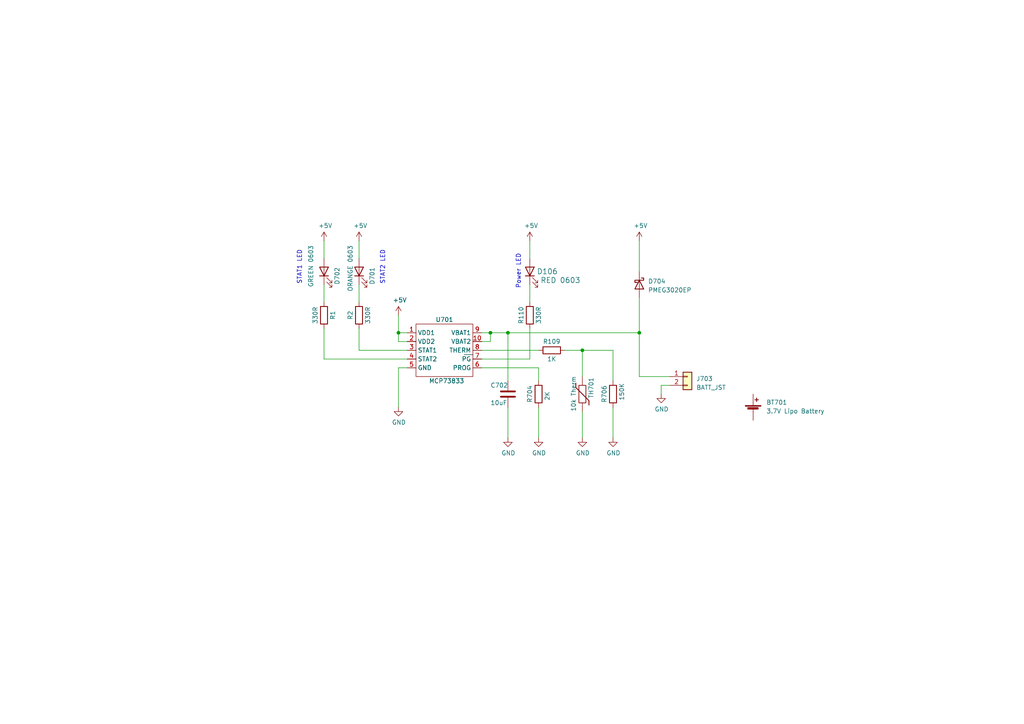
<source format=kicad_sch>
(kicad_sch (version 20230121) (generator eeschema)
  (paper "A4")
  (lib_symbols
    (symbol "Connector_Generic:Conn_01x02" (pin_names (offset 1.016) hide)
      (property "Reference" "J" (at 0 2.54 0))
      (property "Value" "Conn_01x02" (at 0 -5.08 0))
      (symbol "Conn_01x02_1_1"
        (rectangle (start -1.27 -2.413) (end 0 -2.667) (stroke (width 0.1524)))
        (rectangle (start -1.27 0.127) (end 0 -0.127) (stroke (width 0.1524)))
        (rectangle (start -1.27 1.27) (end 1.27 -3.81) (stroke (width 0.254)) (fill (type background)))
        (pin passive line (at -5.08 0 0) (length 3.81) (name "Pin_1") (number "1"))
        (pin passive line (at -5.08 -2.54 0) (length 3.81) (name "Pin_2") (number "2"))
      )
    )
    (symbol "Device:Battery_Cell" (pin_numbers hide) (pin_names (offset 0) hide)
      (property "Reference" "BT" (at 2.54 2.54 0))
      (property "Value" "Battery_Cell" (at 2.54 0 0))
      (symbol "Battery_Cell_0_1"
        (rectangle (start -2.286 1.778) (end 2.286 1.524) (fill (type outline)))
        (rectangle (start -1.5748 1.1938) (end 1.4732 0.6858) (fill (type outline)))
        (polyline (pts (xy 0 0.762) (xy 0 0)))
        (polyline (pts (xy 0 1.778) (xy 0 2.54)))
        (polyline (pts (xy 0.508 3.429) (xy 1.524 3.429)) (stroke (width 0.254)))
        (polyline (pts (xy 1.016 3.937) (xy 1.016 2.921)) (stroke (width 0.254)))
      )
      (symbol "Battery_Cell_1_1"
        (pin passive line (at 0 5.08 270) (length 2.54) (name "+") (number "1"))
        (pin passive line (at 0 -2.54 90) (length 2.54) (name "-") (number "2"))
      )
    )
    (symbol "Device:C" (pin_numbers hide) (pin_names (offset 0.254))
      (property "Reference" "C" (at 0.635 2.54 0))
      (property "Value" "C" (at 0.635 -2.54 0))
      (symbol "C_0_1"
        (polyline (pts (xy -2.032 -0.762) (xy 2.032 -0.762)) (stroke (width 0.508)))
        (polyline (pts (xy -2.032 0.762) (xy 2.032 0.762)) (stroke (width 0.508)))
      )
      (symbol "C_1_1"
        (pin passive line (at 0 3.81 270) (length 2.794) (name "~") (number "1"))
        (pin passive line (at 0 -3.81 90) (length 2.794) (name "~") (number "2"))
      )
    )
    (symbol "Device:D_Schottky" (pin_numbers hide) (pin_names (offset 1.016) hide)
      (property "Reference" "D" (at 0 2.54 0))
      (property "Value" "D_Schottky" (at 0 -2.54 0))
      (symbol "D_Schottky_0_1"
        (polyline (pts (xy 1.27 0) (xy -1.27 0)))
        (polyline (pts (xy 1.27 1.27) (xy 1.27 -1.27) (xy -1.27 0) (xy 1.27 1.27)) (stroke (width 0.254)))
        (polyline (pts (xy -1.905 0.635) (xy -1.905 1.27) (xy -1.27 1.27) (xy -1.27 -1.27) (xy -0.635 -1.27) (xy -0.635 -0.635)) (stroke (width 0.254)))
      )
      (symbol "D_Schottky_1_1"
        (pin passive line (at -3.81 0 0) (length 2.54) (name "K") (number "1"))
        (pin passive line (at 3.81 0 180) (length 2.54) (name "A") (number "2"))
      )
    )
    (symbol "Device:LED" (pin_numbers hide) (pin_names (offset 1.016) hide)
      (property "Reference" "D" (at 0 2.54 0))
      (property "Value" "LED" (at 0 -2.54 0))
      (symbol "LED_0_1"
        (polyline (pts (xy -1.27 -1.27) (xy -1.27 1.27)) (stroke (width 0.254)))
        (polyline (pts (xy -1.27 0) (xy 1.27 0)))
        (polyline (pts (xy 1.27 -1.27) (xy 1.27 1.27) (xy -1.27 0) (xy 1.27 -1.27)) (stroke (width 0.254)))
        (polyline (pts (xy -3.048 -0.762) (xy -4.572 -2.286) (xy -3.81 -2.286) (xy -4.572 -2.286) (xy -4.572 -1.524)))
        (polyline (pts (xy -1.778 -0.762) (xy -3.302 -2.286) (xy -2.54 -2.286) (xy -3.302 -2.286) (xy -3.302 -1.524)))
      )
      (symbol "LED_1_1"
        (pin passive line (at -3.81 0 0) (length 2.54) (name "K") (number "1"))
        (pin passive line (at 3.81 0 180) (length 2.54) (name "A") (number "2"))
      )
    )
    (symbol "Device:R" (pin_numbers hide) (pin_names (offset 0))
      (property "Reference" "R" (at 2.032 0 90))
      (property "Value" "R" (at 0 0 90))
      (symbol "R_0_1"
        (rectangle (start -1.016 -2.54) (end 1.016 2.54) (stroke (width 0.254)))
      )
      (symbol "R_1_1"
        (pin passive line (at 0 3.81 270) (length 1.27) (name "~") (number "1"))
        (pin passive line (at 0 -3.81 90) (length 1.27) (name "~") (number "2"))
      )
    )
    (symbol "Device:Thermistor" (pin_numbers hide) (pin_names (offset 0))
      (property "Reference" "TH" (at 2.54 1.27 90))
      (property "Value" "Thermistor" (at -2.54 0 90))
      (symbol "Thermistor_0_1"
        (rectangle (start -1.016 2.54) (end 1.016 -2.54) (stroke (width 0.2032)))
        (polyline (pts (xy -1.905 3.175) (xy -1.905 1.905) (xy 1.905 -1.905) (xy 1.905 -3.175) (xy 1.905 -3.175)) (stroke (width 0.254)))
      )
      (symbol "Thermistor_1_1"
        (pin passive line (at 0 5.08 270) (length 2.54) (name "~") (number "1"))
        (pin passive line (at 0 -5.08 90) (length 2.54) (name "~") (number "2"))
      )
    )
    (symbol "GPAD_SCH_LIB:MCP73833T-AMI/MF"
      (property "Reference" "U" (at 0 0 0))
      (symbol "MCP73833T-AMI/MF_0_1"
        (polyline (pts (xy 2.54 7.62) (xy 5.08 7.62)) (stroke (width 0) (color 0 72 72 1)))
      )
      (symbol "MCP73833T-AMI/MF_1_1"
        (rectangle (start -11.43 16.51) (end 5.08 1.27))
        (pin input line (at -13.97 13.97 0) (length 2.54) (name "VDD1") (number "1"))
        (pin output line (at 7.62 11.43 180) (length 2.54) (name "VBAT2") (number "10"))
        (pin input line (at -13.97 11.43 0) (length 2.54) (name "VDD2") (number "2"))
        (pin output line (at -13.97 8.89 0) (length 2.54) (name "STAT1") (number "3"))
        (pin output line (at -13.97 6.35 0) (length 2.54) (name "STAT2") (number "4"))
        (pin input line (at -13.97 3.81 0) (length 2.54) (name "GND") (number "5"))
        (pin input line (at 7.62 3.81 180) (length 2.54) (name "PROG") (number "6"))
        (pin output line (at 7.62 6.35 180) (length 2.54) (name "PG") (number "7"))
        (pin input line (at 7.62 8.89 180) (length 2.54) (name "THERM") (number "8"))
        (pin output line (at 7.62 13.97 180) (length 2.54) (name "VBAT1") (number "9"))
      )
    )
    (symbol "power:+5V" (power) (pin_names (offset 0))
      (property "Value" "+5V" (at 0 3.556 0))
      (symbol "+5V_0_1"
        (polyline (pts (xy -0.762 1.27) (xy 0 2.54)))
        (polyline (pts (xy 0 0) (xy 0 2.54)))
        (polyline (pts (xy 0 2.54) (xy 0.762 1.27)))
      )
      (symbol "+5V_1_1"
        (pin power_in line (at 0 0 90) (length 0) hide (name "+5V") (number "1"))
      )
    )
    (symbol "power:GND" (power) (pin_names (offset 0))
      (property "Value" "GND" (at 0 -3.81 0))
      (symbol "GND_0_1"
        (polyline (pts (xy 0 0) (xy 0 -1.27) (xy 1.27 -1.27) (xy 0 -2.54) (xy -1.27 -1.27) (xy 0 -1.27)))
      )
      (symbol "GND_1_1"
        (pin power_in line (at 0 0 270) (length 0) hide (name "GND") (number "1"))
      )
    )
  )
  (junction (at 168.91 101.6))
  (junction (at 115.57 96.52))
  (junction (at 142.24 96.52))
  (junction (at 185.42 96.52))
  (junction (at 147.32 96.52))
  (wire (pts (xy 104.14 95.25) (xy 104.14 101.6)))
  (wire (pts (xy 153.67 95.25) (xy 153.67 104.14)))
  (wire (pts (xy 177.8 110.49) (xy 177.8 101.6)))
  (wire (pts (xy 177.8 101.6) (xy 168.91 101.6)))
  (wire (pts (xy 156.21 110.49) (xy 156.21 106.68)))
  (wire (pts (xy 185.42 86.36) (xy 185.42 96.52)))
  (wire (pts (xy 185.42 69.85) (xy 185.42 78.74)))
  (wire (pts (xy 118.11 106.68) (xy 115.57 106.68)))
  (wire (pts (xy 185.42 96.52) (xy 185.42 109.22)))
  (wire (pts (xy 168.91 101.6) (xy 168.91 109.22)))
  (wire (pts (xy 168.91 119.38) (xy 168.91 127)))
  (wire (pts (xy 139.7 101.6) (xy 156.21 101.6)))
  (wire (pts (xy 194.31 111.76) (xy 191.77 111.76)))
  (wire (pts (xy 139.7 99.06) (xy 142.24 99.06)))
  (wire (pts (xy 177.8 118.11) (xy 177.8 127)))
  (wire (pts (xy 139.7 104.14) (xy 153.67 104.14)))
  (wire (pts (xy 93.98 69.85) (xy 93.98 74.93)))
  (wire (pts (xy 139.7 96.52) (xy 142.24 96.52)))
  (wire (pts (xy 93.98 104.14) (xy 118.11 104.14)))
  (wire (pts (xy 118.11 96.52) (xy 115.57 96.52)))
  (wire (pts (xy 104.14 82.55) (xy 104.14 87.63)))
  (wire (pts (xy 115.57 106.68) (xy 115.57 118.11)))
  (wire (pts (xy 104.14 101.6) (xy 118.11 101.6)))
  (wire (pts (xy 156.21 118.11) (xy 156.21 127)))
  (wire (pts (xy 185.42 109.22) (xy 194.31 109.22)))
  (wire (pts (xy 153.67 82.55) (xy 153.67 87.63)))
  (wire (pts (xy 118.11 99.06) (xy 115.57 99.06)))
  (wire (pts (xy 163.83 101.6) (xy 168.91 101.6)))
  (wire (pts (xy 115.57 99.06) (xy 115.57 96.52)))
  (wire (pts (xy 147.32 96.52) (xy 147.32 110.49)))
  (wire (pts (xy 142.24 99.06) (xy 142.24 96.52)))
  (wire (pts (xy 93.98 95.25) (xy 93.98 104.14)))
  (wire (pts (xy 147.32 118.11) (xy 147.32 127)))
  (wire (pts (xy 142.24 96.52) (xy 147.32 96.52)))
  (wire (pts (xy 191.77 111.76) (xy 191.77 114.3)))
  (wire (pts (xy 147.32 96.52) (xy 185.42 96.52)))
  (wire (pts (xy 104.14 69.85) (xy 104.14 74.93)))
  (wire (pts (xy 115.57 96.52) (xy 115.57 91.44)))
  (wire (pts (xy 153.67 69.85) (xy 153.67 74.93)))
  (wire (pts (xy 93.98 82.55) (xy 93.98 87.63)))
  (wire (pts (xy 139.7 106.68) (xy 156.21 106.68)))
  (text "Power LED" (at 151.13 83.82 90) (effects (font (size 1.27 1.27)) (justify left bottom)))
  (text "STAT1 LED" (at 87.63 82.55 90) (effects (font (size 1.27 1.27)) (justify left bottom)))
  (text "STAT2 LED" (at 111.76 82.55 90) (effects (font (size 1.27 1.27)) (justify left bottom)))
  (symbol (lib_id "power:+5V") (at 115.57 91.44 0) (unit 1)
    (property "Reference" "#PWR0101" (effects hide))
    (property "Value" "+5V" (at 115.951 87.0458 0))
  )
  (symbol (lib_id "Device:R") (at 93.98 91.44 0) (mirror y) (unit 1)
    (property "Reference" "R1" (at 96.52 91.44 90))
    (property "Value" "330R" (at 91.44 91.44 90))
    (property "Footprint" "Resistor_SMD:R_0603_1608Metric_Pad0.98x0.95mm_HandSolder" (effects hide))
    (property "Distributor 1" "JLCPCB" (effects hide))
    (property "Distributor 1 PN" "C269711" (effects hide))
    (property "Manufacturer" "TyoHM" (effects hide))
    (property "MPN" "RMC06033301%N" (effects hide))
    (property "Description" "0.1W ±1% 330Ω 0603 Chip Resistor - Surface Mount ROHS" (effects hide))
    (property "AssemblyType" "SMT" (effects hide))
    (property "Cost" "0.0015" (effects hide))
  )
  (symbol (lib_id "Device:R") (at 156.21 114.3 0) (unit 1)
    (property "Reference" "R704" (at 153.67 116.84 90) (effects (justify left)))
    (property "Value" "2K" (at 158.75 116.205 90) (effects (justify left)))
    (property "Footprint" "Resistor_SMD:R_0603_1608Metric_Pad0.98x0.95mm_HandSolder" (effects hide))
    (property "AssemblyType" "SMT" (effects hide))
    (property "Cost" "0.0022" (effects hide))
    (property "Description" "100mW ±5% 2kΩ 0603 Chip Resistor - Surface Mount ROHS" (effects hide))
    (property "Distributor 1" "JLCPCB" (effects hide))
    (property "Distributor 1 PN" "C269690" (effects hide))
    (property "MPN" "RMC 0603 2K J N" (effects hide))
    (property "Manufacturer" "TyoHM" (effects hide))
  )
  (symbol (lib_id "Device:LED") (at 153.67 78.74 90) (unit 1)
    (property "Reference" "D106" (at 158.75 78.74 90) (effects (font (size 1.524 1.524))))
    (property "Value" "RED 0603" (at 162.56 81.28 90) (effects (font (size 1.524 1.524))))
    (property "Footprint" "LED_SMD:LED_0603_1608Metric_Pad1.05x0.95mm_HandSolder" (effects hide))
    (property "Distributor 1" "JLCPCB" (effects hide))
    (property "Distributor 1 PN" "C2286" (effects hide))
    (property "MPN" "LTST-C171KRKT" (effects hide))
    (property "Category" "Optoelectronics" (effects hide))
    (property "Family" "LED Indication - Discrete" (effects hide))
    (property "Description" "LED RED CLEAR SMD" (effects hide))
    (property "Manufacturer" "Lite-On Inc." (effects hide))
    (property "Status" "Active" (effects hide))
    (property "DK_Datasheet_Link" "http://optoelectronics.liteon.com/upload/download/DS22-2000-109/LTST-C171KRKT.pdf" (effects hide))
    (property "DK_Detail_Page" "/product-detail/en/lite-on-inc/LTST-C171KRKT/160-1427-1-ND/386800" (effects hide))
    (property "Digi-Key_PN" "160-1427-1-ND" (effects hide))
    (property "AssemblyType" "HAND" (effects hide))
    (property "Cost" "0.0054" (effects hide))
  )
  (symbol (lib_id "Device:D_Schottky") (at 185.42 82.55 270) (unit 1)
    (property "Reference" "D704" (at 187.96 81.5975 90) (effects (justify left)))
    (property "Value" "PMEG3020EP" (at 187.96 84.1375 90) (effects (justify left)))
    (property "Footprint" "Diode_SMD:D_SOD-128" (effects hide))
    (property "Datasheet" "https://fscdn.rohm.com/en/products/databook/datasheet/discrete/diode/schottky_barrier/rb061qs-20-e.pdf" (effects hide))
    (property "AssemblyType" "SMT" (effects hide))
    (property "Cost" "0.48" (effects hide))
    (property "Description" "Vf 310mV Schottky Diode" (effects hide))
    (property "Distributor 1" "Mouser" (effects hide))
    (property "Distributor 1 PN" "771-PMEG3020EP115" (effects hide))
    (property "MPN" "PMEG3020EP,115" (effects hide))
    (property "Manufacturer" "Nexperia" (effects hide))
  )
  (symbol (lib_id "GPAD_SCH_LIB:MCP73833T-AMI/MF") (at 132.08 110.49 0) (unit 1)
    (property "Reference" "U701" (at 128.905 92.71 0))
    (property "Value" "MCP73833" (at 129.54 110.49 0))
    (property "Footprint" "Package_DFN_QFN:DFN-10-1EP_3x3mm_P0.5mm_EP1.7x2.5mm" (effects hide))
    (property "Datasheet" "https://ww1.microchip.com/downloads/en/DeviceDoc/22005b.pdf" (effects hide))
    (property "AssemblyType" "SMT" (effects hide))
    (property "Category" "Integrated Circuits (ICs)" (effects hide))
    (property "Cost" "1.14" (effects hide))
    (property "DK_Datasheet_Link" "https://ww1.microchip.com/downloads/en/DeviceDoc/22005b.pdf" (effects hide))
    (property "DK_Detail_Page" "https://www.digikey.com/en/products/detail/microchip-technology/MCP73833T-AMI-MF/1223181" (effects hide))
    (property "Description" "Lithium Ion/Polymer Battery Charger" (effects hide))
    (property "Distributor 2" "DigiKey" (effects hide))
    (property "Distributor 2 PN" "MCP73833T-AMI/MFCT-ND" (effects hide))
    (property "MPN" "MCP73833T-AMI/MF" (effects hide))
    (property "Manufacturer" "Micro Chip Technology" (effects hide))
    (property "Status" "Active" (effects hide))
  )
  (symbol (lib_id "power:GND") (at 191.77 114.3 0) (unit 1)
    (property "Reference" "#PWR0106" (effects hide))
    (property "Value" "GND" (at 191.897 118.6942 0))
  )
  (symbol (lib_id "Device:R") (at 104.14 91.44 0) (unit 1)
    (property "Reference" "R2" (at 101.6 91.44 90))
    (property "Value" "330R" (at 106.68 91.44 90))
    (property "Footprint" "Resistor_SMD:R_0603_1608Metric_Pad0.98x0.95mm_HandSolder" (effects hide))
    (property "Distributor 1" "JLCPCB" (effects hide))
    (property "Distributor 1 PN" "C269711" (effects hide))
    (property "Manufacturer" "TyoHM" (effects hide))
    (property "MPN" "RMC06033301%N" (effects hide))
    (property "Description" "0.1W ±1% 330Ω 0603 Chip Resistor - Surface Mount ROHS" (effects hide))
    (property "AssemblyType" "SMT" (effects hide))
    (property "Cost" "0.0015" (effects hide))
  )
  (symbol (lib_id "Device:C") (at 147.32 114.3 0) (unit 1)
    (property "Reference" "C702" (at 142.24 111.76 0) (effects (justify left)))
    (property "Value" "10uF" (at 142.24 116.84 0) (effects (justify left)))
    (property "Footprint" "Capacitor_SMD:C_0603_1608Metric_Pad1.08x0.95mm_HandSolder" (effects hide))
    (property "AssemblyType" "SMT" (effects hide))
    (property "Cost" "0.00068" (effects hide))
    (property "Description" "6.3V 10uF X5R ±10% 0603 Multilayer Ceramic Capacitors MLCC - SMD/SMT ROHS" (effects hide))
    (property "Distributor 1" "JLCPCB" (effects hide))
    (property "Distributor 1 PN" "C95839" (effects hide))
    (property "MPN" "CL10A106KQ8NNNC" (effects hide))
    (property "Manufacturer" "Samsung Electro-Mechanics" (effects hide))
  )
  (symbol (lib_id "Device:Battery_Cell") (at 218.44 119.38 0) (unit 1)
    (property "Reference" "BT701" (at 222.25 116.713 0) (effects (justify left)))
    (property "Value" "3.7V Lipo Battery" (at 222.25 119.253 0) (effects (justify left)))
    (property "Footprint" "NA" (effects hide))
    (property "AssemblyType" "HAND" (effects hide))
    (property "Cost" "12.99" (effects hide))
    (property "Description" "2500mAh 3.7V Lipo Battery" (effects hide))
    (property "Distributor 2" "Amazon" (effects hide))
    (property "Distributor 2 PN" "https://www.amazon.com/2500mAh-battery-Rechargeable-Lithium-Connector/dp/B07BTSK8HV/ref=sr_1_1_sspa?crid=2EDWVM4G6D9C1&keywords=2500+mah+battery+485573&qid=1679858620&s=electronics&sprefix=2500+mah+battery+485573%2Celectronics%2C101&sr=1-1-spons&psc=1&spLa=ZW5jcnlwdGVkUXVhbGlmaWVyPUEyTFlDOVgwQko0SDc1JmVuY3J5cHRlZElkPUEwNDI1NzYxMTVBVjNHR0xEQTFGUCZlbmNyeXB0ZWRBZElkPUEwMTU2NzMwMlhNUzVFUEpHVU5PSyZ3aWRnZXROYW1lPXNwX2F0ZiZhY3Rpb249Y2xpY2tSZWRpcmVjdCZkb05vdExvZ0NsaWNrPXRydWU=" (effects hide))
    (property "Family" "Battery" (effects hide))
  )
  (symbol (lib_id "Connector_Generic:Conn_01x02") (at 199.39 109.22 0) (unit 1)
    (property "Reference" "J703" (at 201.93 109.855 0) (effects (justify left)))
    (property "Value" "BATT_JST" (at 201.93 112.395 0) (effects (justify left)))
    (property "Footprint" "Connector_JST:JST_PH_S2B-PH-K_1x02_P2.00mm_Horizontal" (effects hide))
    (property "Datasheet" "https://www.jst-mfg.com/product/pdf/eng/ePH.pdf" (effects hide))
    (property "Category" "Connector" (effects hide))
    (property "Cost" "0.17" (effects hide))
    (property "DK_Datasheet_Link" "https://www.jst-mfg.com/product/pdf/eng/ePH.pdf" (effects hide))
    (property "DK_Detail_Page" "https://www.digikey.com/en/products/detail/jst-sales-america-inc/S2B-PH-K-S-LF-SN/926626" (effects hide))
    (property "Description" "CONN HEADER R/A 2POS 2MM" (effects hide))
    (property "Digi-Key_PN" "455-1719-ND" (effects hide))
    (property "Distributor 1" "DigiKey" (effects hide))
    (property "Distributor 1 PN" "455-1719-ND" (effects hide))
    (property "Family" "Rectangular Connectors - Headers, Male Pins" (effects hide))
    (property "MPN" "S2B-PH-K-S(LF)(SN)" (effects hide))
    (property "Manufacturer" "JST" (effects hide))
    (property "Status" "Active" (effects hide))
    (property "AssemblyType" "HAND" (effects hide))
  )
  (symbol (lib_id "power:GND") (at 147.32 127 0) (unit 1)
    (property "Reference" "#PWR0108" (effects hide))
    (property "Value" "GND" (at 147.447 131.3942 0))
  )
  (symbol (lib_id "Device:LED") (at 104.14 78.74 90) (unit 1)
    (property "Reference" "D701" (at 107.95 77.47 0) (effects (justify right)))
    (property "Value" "ORANGE 0603" (at 101.6 71.12 0) (effects (justify right)))
    (property "Footprint" "LED_SMD:LED_0603_1608Metric" (effects hide))
    (property "Datasheet" "https://optoelectronics.liteon.com/upload/download/DS22-2000-222/LTST-C191KFKT.pdf" (effects hide))
    (property "AssemblyType" "SMT" (effects hide))
    (property "Category" "Optoelectronics" (effects hide))
    (property "Cost" "0.0215" (effects hide))
    (property "DK_Datasheet_Link" "https://optoelectronics.liteon.com/upload/download/DS22-2000-222/LTST-C191KFKT.pdf" (effects hide))
    (property "DK_Detail_Page" "https://www.digikey.com/en/products/detail/liteon/LTST-C191KFKT/386833" (effects hide))
    (property "Description" "LED ORANGE CLEAR SMD" (effects hide))
    (property "Digi-Key_PN" "160-1445-1-ND" (effects hide))
    (property "Distributor 1" "JLCPCB" (effects hide))
    (property "Distributor 1 PN" "C160478" (effects hide))
    (property "Family" "LED Indication - Discrete" (effects hide))
    (property "MPN" "LTST-C191KFKT" (effects hide))
    (property "Manufacturer" "Lite-On Inc." (effects hide))
    (property "Status" "Active" (effects hide))
  )
  (symbol (lib_id "power:GND") (at 168.91 127 0) (unit 1)
    (property "Reference" "#PWR0104" (effects hide))
    (property "Value" "GND" (at 169.037 131.3942 0))
  )
  (symbol (lib_id "power:GND") (at 177.8 127 0) (unit 1)
    (property "Reference" "#PWR0105" (effects hide))
    (property "Value" "GND" (at 177.927 131.3942 0))
  )
  (symbol (lib_id "power:GND") (at 156.21 127 0) (unit 1)
    (property "Reference" "#PWR0109" (effects hide))
    (property "Value" "GND" (at 156.337 131.3942 0))
  )
  (symbol (lib_id "power:GND") (at 115.57 118.11 0) (unit 1)
    (property "Reference" "#PWR0112" (effects hide))
    (property "Value" "GND" (at 115.697 122.5042 0))
  )
  (symbol (lib_id "Device:R") (at 160.02 101.6 90) (unit 1)
    (property "Reference" "R109" (at 160.02 99.06 90))
    (property "Value" "1K" (at 160.02 104.14 90))
    (property "Footprint" "Resistor_SMD:R_0603_1608Metric_Pad0.98x0.95mm_HandSolder" (effects hide))
    (property "Distributor 1" "JLCPCB" (effects hide))
    (property "Distributor 1 PN" "C269704" (effects hide))
    (property "Manufacturer" "TyoHM" (effects hide))
    (property "MPN" "RMC06031K1%N" (effects hide))
    (property "Description" "0.1W ±1% 1kΩ 0603 Chip Resistor - Surface Mount ROHS" (effects hide))
    (property "AssemblyType" "SMT" (effects hide))
    (property "Cost" "0.0015" (effects hide))
  )
  (symbol (lib_id "power:+5V") (at 185.42 69.85 0) (unit 1)
    (property "Reference" "#PWR0103" (effects hide))
    (property "Value" "+5V" (at 185.801 65.4558 0))
  )
  (symbol (lib_id "power:+5V") (at 104.14 69.85 0) (unit 1)
    (property "Reference" "#PWR0102" (effects hide))
    (property "Value" "+5V" (at 104.521 65.4558 0))
  )
  (symbol (lib_id "Device:Thermistor") (at 168.91 114.3 0) (unit 1)
    (property "Reference" "TH701" (at 171.45 115.57 90) (effects (justify left)))
    (property "Value" "10k Therm" (at 166.37 119.38 90) (effects (justify left)))
    (property "Footprint" "Resistor_SMD:R_0603_1608Metric_Pad0.98x0.95mm_HandSolder" (effects hide))
    (property "AssemblyType" "SMT" (effects hide))
    (property "Category" "NTC Thermistors" (effects hide))
    (property "Cost" "0.0229" (effects hide))
    (property "Description" "10kΩ 0.31mA 100mW ±1% 3950K ±1% 0603 NTC Thermistors ROHS" (effects hide))
    (property "Distributor 1" "JLCPCB" (effects hide))
    (property "Distributor 1 PN" "C2892547" (effects hide))
    (property "MPN" "KNTC0603/10KF3950" (effects hide))
    (property "Manufacturer" "KUU" (effects hide))
  )
  (symbol (lib_id "power:+5V") (at 153.67 69.85 0) (unit 1)
    (property "Reference" "#PWR0110" (effects hide))
    (property "Value" "+5V" (at 154.051 65.4558 0))
  )
  (symbol (lib_id "power:+5V") (at 93.98 69.85 0) (unit 1)
    (property "Reference" "#PWR0113" (effects hide))
    (property "Value" "+5V" (at 94.361 65.4558 0))
  )
  (symbol (lib_id "Device:R") (at 177.8 114.3 0) (unit 1)
    (property "Reference" "R706" (at 175.26 116.84 90) (effects (justify left)))
    (property "Value" "150K" (at 180.34 116.205 90) (effects (justify left)))
    (property "Footprint" "Resistor_SMD:R_0603_1608Metric_Pad0.98x0.95mm_HandSolder" (effects hide))
    (property "AssemblyType" "SMT" (effects hide))
    (property "Cost" "0.0027" (effects hide))
    (property "Description" "100mW ±1% 150kΩ 0603 Chip Resistor - Surface Mount ROHS" (effects hide))
    (property "Distributor 1" "JLCPCB" (effects hide))
    (property "Distributor 1 PN" "C269410" (effects hide))
    (property "MPN" "RMC0603150K1%N" (effects hide))
    (property "Manufacturer" "TyoHM" (effects hide))
  )
  (symbol (lib_id "Device:R") (at 153.67 91.44 0) (unit 1)
    (property "Reference" "R110" (at 151.13 91.44 90))
    (property "Value" "330R" (at 156.21 91.44 90))
    (property "Footprint" "Resistor_SMD:R_0603_1608Metric_Pad0.98x0.95mm_HandSolder" (effects hide))
    (property "Distributor 1" "JLCPCB" (effects hide))
    (property "Distributor 1 PN" "C269711" (effects hide))
    (property "Manufacturer" "TyoHM" (effects hide))
    (property "MPN" "RMC06033301%N" (effects hide))
    (property "Description" "0.1W ±1% 330Ω 0603 Chip Resistor - Surface Mount ROHS" (effects hide))
    (property "AssemblyType" "SMT" (effects hide))
    (property "Cost" "0.0015" (effects hide))
  )
  (symbol (lib_id "Device:LED") (at 93.98 78.74 90) (unit 1)
    (property "Reference" "D702" (at 97.79 77.47 0) (effects (justify right)))
    (property "Value" "GREEN 0603" (at 90.17 71.12 0) (effects (justify right)))
    (property "Footprint" "LED_SMD:LED_0603_1608Metric" (effects hide))
    (property "Datasheet" "~https://optoelectronics.liteon.com/upload/download/DS22-2000-032/LTST-C190TGKT.PDF" (effects hide))
    (property "AssemblyType" "SMT" (effects hide))
    (property "Category" "Optoelectronics" (effects hide))
    (property "Cost" "0.0375" (effects hide))
    (property "DK_Datasheet_Link" "https://www.digikey.com/en/products/detail/liteon/LTST-C190TGKT/2764955?s=N4IgTCBcDaIDIBUDKCC0BhAjATgAwIHEBpBEAXQF8g" (effects hide))
    (property "DK_Detail_Page" "https://www.digikey.com/en/products/detail/liteon/LTST-C190TGKT/2764955?s=N4IgTCBcDaIDIBUDKCC0BhAjATgAwIHEBpBEAXQF8g" (effects hide))
    (property "Description" "LED GREEN CLEAR CHIP SMD" (effects hide))
    (property "Digi-Key_PN" "160-2019-1-ND" (effects hide))
    (property "Distributor 1" "JLCPCB" (effects hide))
    (property "Distributor 1 PN" "C364559" (effects hide))
    (property "Family" "LED Indication - Discrete" (effects hide))
    (property "MPN" "LTST-C190TGKT" (effects hide))
    (property "Manufacturer" "Lite-On Inc." (effects hide))
  )
)
</source>
